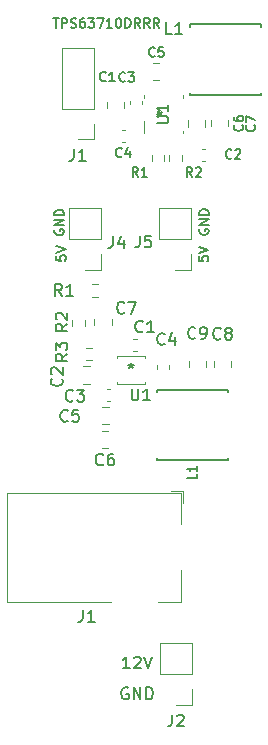
<source format=gto>
G04 #@! TF.GenerationSoftware,KiCad,Pcbnew,(5.1.6-0-10_14)*
G04 #@! TF.CreationDate,2021-08-31T11:45:36+09:00*
G04 #@! TF.ProjectId,qPCR-panel_v_20210831,71504352-2d70-4616-9e65-6c5f765f3230,rev?*
G04 #@! TF.SameCoordinates,Original*
G04 #@! TF.FileFunction,Legend,Top*
G04 #@! TF.FilePolarity,Positive*
%FSLAX46Y46*%
G04 Gerber Fmt 4.6, Leading zero omitted, Abs format (unit mm)*
G04 Created by KiCad (PCBNEW (5.1.6-0-10_14)) date 2021-08-31 11:45:36*
%MOMM*%
%LPD*%
G01*
G04 APERTURE LIST*
%ADD10C,0.150000*%
%ADD11C,0.120000*%
%ADD12C,0.127000*%
G04 APERTURE END LIST*
D10*
X107080952Y-129752380D02*
X106509523Y-129752380D01*
X106795238Y-129752380D02*
X106795238Y-128752380D01*
X106700000Y-128895238D01*
X106604761Y-128990476D01*
X106509523Y-129038095D01*
X107461904Y-128847619D02*
X107509523Y-128800000D01*
X107604761Y-128752380D01*
X107842857Y-128752380D01*
X107938095Y-128800000D01*
X107985714Y-128847619D01*
X108033333Y-128942857D01*
X108033333Y-129038095D01*
X107985714Y-129180952D01*
X107414285Y-129752380D01*
X108033333Y-129752380D01*
X108319047Y-128752380D02*
X108652380Y-129752380D01*
X108985714Y-128752380D01*
X106938095Y-131400000D02*
X106842857Y-131352380D01*
X106700000Y-131352380D01*
X106557142Y-131400000D01*
X106461904Y-131495238D01*
X106414285Y-131590476D01*
X106366666Y-131780952D01*
X106366666Y-131923809D01*
X106414285Y-132114285D01*
X106461904Y-132209523D01*
X106557142Y-132304761D01*
X106700000Y-132352380D01*
X106795238Y-132352380D01*
X106938095Y-132304761D01*
X106985714Y-132257142D01*
X106985714Y-131923809D01*
X106795238Y-131923809D01*
X107414285Y-132352380D02*
X107414285Y-131352380D01*
X107985714Y-132352380D01*
X107985714Y-131352380D01*
X108461904Y-132352380D02*
X108461904Y-131352380D01*
X108700000Y-131352380D01*
X108842857Y-131400000D01*
X108938095Y-131495238D01*
X108985714Y-131590476D01*
X109033333Y-131780952D01*
X109033333Y-131923809D01*
X108985714Y-132114285D01*
X108938095Y-132209523D01*
X108842857Y-132304761D01*
X108700000Y-132352380D01*
X108461904Y-132352380D01*
X112911904Y-94852380D02*
X112911904Y-95233333D01*
X113292857Y-95271428D01*
X113254761Y-95233333D01*
X113216666Y-95157142D01*
X113216666Y-94966666D01*
X113254761Y-94890476D01*
X113292857Y-94852380D01*
X113369047Y-94814285D01*
X113559523Y-94814285D01*
X113635714Y-94852380D01*
X113673809Y-94890476D01*
X113711904Y-94966666D01*
X113711904Y-95157142D01*
X113673809Y-95233333D01*
X113635714Y-95271428D01*
X112911904Y-94585714D02*
X113711904Y-94319047D01*
X112911904Y-94052380D01*
X113000000Y-92559523D02*
X112961904Y-92635714D01*
X112961904Y-92750000D01*
X113000000Y-92864285D01*
X113076190Y-92940476D01*
X113152380Y-92978571D01*
X113304761Y-93016666D01*
X113419047Y-93016666D01*
X113571428Y-92978571D01*
X113647619Y-92940476D01*
X113723809Y-92864285D01*
X113761904Y-92750000D01*
X113761904Y-92673809D01*
X113723809Y-92559523D01*
X113685714Y-92521428D01*
X113419047Y-92521428D01*
X113419047Y-92673809D01*
X113761904Y-92178571D02*
X112961904Y-92178571D01*
X113761904Y-91721428D01*
X112961904Y-91721428D01*
X113761904Y-91340476D02*
X112961904Y-91340476D01*
X112961904Y-91150000D01*
X113000000Y-91035714D01*
X113076190Y-90959523D01*
X113152380Y-90921428D01*
X113304761Y-90883333D01*
X113419047Y-90883333D01*
X113571428Y-90921428D01*
X113647619Y-90959523D01*
X113723809Y-91035714D01*
X113761904Y-91150000D01*
X113761904Y-91340476D01*
X100861904Y-94802380D02*
X100861904Y-95183333D01*
X101242857Y-95221428D01*
X101204761Y-95183333D01*
X101166666Y-95107142D01*
X101166666Y-94916666D01*
X101204761Y-94840476D01*
X101242857Y-94802380D01*
X101319047Y-94764285D01*
X101509523Y-94764285D01*
X101585714Y-94802380D01*
X101623809Y-94840476D01*
X101661904Y-94916666D01*
X101661904Y-95107142D01*
X101623809Y-95183333D01*
X101585714Y-95221428D01*
X100861904Y-94535714D02*
X101661904Y-94269047D01*
X100861904Y-94002380D01*
X100750000Y-92609523D02*
X100711904Y-92685714D01*
X100711904Y-92800000D01*
X100750000Y-92914285D01*
X100826190Y-92990476D01*
X100902380Y-93028571D01*
X101054761Y-93066666D01*
X101169047Y-93066666D01*
X101321428Y-93028571D01*
X101397619Y-92990476D01*
X101473809Y-92914285D01*
X101511904Y-92800000D01*
X101511904Y-92723809D01*
X101473809Y-92609523D01*
X101435714Y-92571428D01*
X101169047Y-92571428D01*
X101169047Y-92723809D01*
X101511904Y-92228571D02*
X100711904Y-92228571D01*
X101511904Y-91771428D01*
X100711904Y-91771428D01*
X101511904Y-91390476D02*
X100711904Y-91390476D01*
X100711904Y-91200000D01*
X100750000Y-91085714D01*
X100826190Y-91009523D01*
X100902380Y-90971428D01*
X101054761Y-90933333D01*
X101169047Y-90933333D01*
X101321428Y-90971428D01*
X101397619Y-91009523D01*
X101473809Y-91085714D01*
X101511904Y-91200000D01*
X101511904Y-91390476D01*
D11*
X114215000Y-103718748D02*
X114215000Y-104241252D01*
X115685000Y-103718748D02*
X115685000Y-104241252D01*
X111600000Y-115750000D02*
X111600000Y-114700000D01*
X110550000Y-114700000D02*
X111600000Y-114700000D01*
X105500000Y-124100000D02*
X96700000Y-124100000D01*
X96700000Y-124100000D02*
X96700000Y-114900000D01*
X111400000Y-121400000D02*
X111400000Y-124100000D01*
X111400000Y-124100000D02*
X109500000Y-124100000D01*
X96700000Y-114900000D02*
X111400000Y-114900000D01*
X111400000Y-114900000D02*
X111400000Y-117500000D01*
X112330000Y-132830000D02*
X111000000Y-132830000D01*
X112330000Y-131500000D02*
X112330000Y-132830000D01*
X112330000Y-130230000D02*
X109670000Y-130230000D01*
X109670000Y-130230000D02*
X109670000Y-127630000D01*
X112330000Y-130230000D02*
X112330000Y-127630000D01*
X112330000Y-127630000D02*
X109670000Y-127630000D01*
X104610000Y-96000000D02*
X103280000Y-96000000D01*
X104610000Y-94670000D02*
X104610000Y-96000000D01*
X104610000Y-93400000D02*
X101950000Y-93400000D01*
X101950000Y-93400000D02*
X101950000Y-90800000D01*
X104610000Y-93400000D02*
X104610000Y-90800000D01*
X104610000Y-90800000D02*
X101950000Y-90800000D01*
X112230000Y-96000000D02*
X110900000Y-96000000D01*
X112230000Y-94670000D02*
X112230000Y-96000000D01*
X112230000Y-93400000D02*
X109570000Y-93400000D01*
X109570000Y-93400000D02*
X109570000Y-90800000D01*
X112230000Y-93400000D02*
X112230000Y-90800000D01*
X112230000Y-90800000D02*
X109570000Y-90800000D01*
X107676267Y-102840000D02*
X107383733Y-102840000D01*
X107676267Y-101820000D02*
X107383733Y-101820000D01*
X103168748Y-104165000D02*
X103691252Y-104165000D01*
X103168748Y-105635000D02*
X103691252Y-105635000D01*
X105133733Y-107140000D02*
X105426267Y-107140000D01*
X105133733Y-106120000D02*
X105426267Y-106120000D01*
X109410000Y-104093733D02*
X109410000Y-104386267D01*
X110430000Y-104093733D02*
X110430000Y-104386267D01*
X104768748Y-109085000D02*
X105291252Y-109085000D01*
X104768748Y-107615000D02*
X105291252Y-107615000D01*
X104748748Y-109615000D02*
X105271252Y-109615000D01*
X104748748Y-111085000D02*
X105271252Y-111085000D01*
X105565000Y-100711252D02*
X105565000Y-100188748D01*
X104095000Y-100711252D02*
X104095000Y-100188748D01*
X113535000Y-103738748D02*
X113535000Y-104261252D01*
X112065000Y-103738748D02*
X112065000Y-104261252D01*
D12*
X109420000Y-112140000D02*
X109420000Y-111940000D01*
X115420000Y-112140000D02*
X109420000Y-112140000D01*
X115420000Y-111940000D02*
X115420000Y-112140000D01*
X109420000Y-106140000D02*
X109420000Y-106340000D01*
X115420000Y-106140000D02*
X109420000Y-106140000D01*
X115420000Y-106340000D02*
X115420000Y-106140000D01*
D11*
X106008900Y-105478441D02*
X106008900Y-105651100D01*
X108371100Y-103461559D02*
X108371100Y-103288900D01*
X108371100Y-105651100D02*
X108371100Y-105478441D01*
X106008900Y-105651100D02*
X108371100Y-105651100D01*
X106008900Y-103288900D02*
X106008900Y-103461559D01*
X108371100Y-103288900D02*
X106008900Y-103288900D01*
X104414724Y-98282500D02*
X103905276Y-98282500D01*
X104414724Y-97237500D02*
X103905276Y-97237500D01*
X103262500Y-100235276D02*
X103262500Y-100744724D01*
X102217500Y-100235276D02*
X102217500Y-100744724D01*
X103904724Y-102597500D02*
X103395276Y-102597500D01*
X103904724Y-103642500D02*
X103395276Y-103642500D01*
X106615000Y-81783748D02*
X106615000Y-82306252D01*
X105145000Y-81783748D02*
X105145000Y-82306252D01*
X113203733Y-86785000D02*
X113496267Y-86785000D01*
X113203733Y-85765000D02*
X113496267Y-85765000D01*
X108140000Y-81688733D02*
X108140000Y-81981267D01*
X107120000Y-81688733D02*
X107120000Y-81981267D01*
X106696267Y-85205000D02*
X106403733Y-85205000D01*
X106696267Y-84185000D02*
X106403733Y-84185000D01*
X109068748Y-78460000D02*
X109591252Y-78460000D01*
X109068748Y-79930000D02*
X109591252Y-79930000D01*
X111989999Y-83348749D02*
X111989999Y-83871253D01*
X113459999Y-83348749D02*
X113459999Y-83871253D01*
X113955000Y-83333748D02*
X113955000Y-83856252D01*
X115425000Y-83333748D02*
X115425000Y-83856252D01*
X104020000Y-84965000D02*
X102690000Y-84965000D01*
X104020000Y-83635000D02*
X104020000Y-84965000D01*
X104020000Y-82365000D02*
X101360000Y-82365000D01*
X101360000Y-82365000D02*
X101360000Y-77225000D01*
X104020000Y-82365000D02*
X104020000Y-77225000D01*
X104020000Y-77225000D02*
X101360000Y-77225000D01*
D12*
X112170000Y-81025000D02*
X112170000Y-81225000D01*
X112170000Y-81225000D02*
X118170000Y-81225000D01*
X118170000Y-81225000D02*
X118170000Y-81025000D01*
X112170000Y-75425000D02*
X112170000Y-75225000D01*
X112170000Y-75225000D02*
X118170000Y-75225000D01*
X118170000Y-75225000D02*
X118170000Y-75425000D01*
D11*
X110002500Y-86260276D02*
X110002500Y-86769724D01*
X108957500Y-86260276D02*
X108957500Y-86769724D01*
X110437500Y-86260276D02*
X110437500Y-86769724D01*
X111482500Y-86260276D02*
X111482500Y-86769724D01*
X108260001Y-84414999D02*
X108260001Y-83364999D01*
X111559999Y-84414999D02*
X111559999Y-84215000D01*
X111559999Y-81415000D02*
X111559999Y-81215001D01*
X108260001Y-81415000D02*
X108260001Y-81215001D01*
D10*
X114783333Y-101807142D02*
X114735714Y-101854761D01*
X114592857Y-101902380D01*
X114497619Y-101902380D01*
X114354761Y-101854761D01*
X114259523Y-101759523D01*
X114211904Y-101664285D01*
X114164285Y-101473809D01*
X114164285Y-101330952D01*
X114211904Y-101140476D01*
X114259523Y-101045238D01*
X114354761Y-100950000D01*
X114497619Y-100902380D01*
X114592857Y-100902380D01*
X114735714Y-100950000D01*
X114783333Y-100997619D01*
X115354761Y-101330952D02*
X115259523Y-101283333D01*
X115211904Y-101235714D01*
X115164285Y-101140476D01*
X115164285Y-101092857D01*
X115211904Y-100997619D01*
X115259523Y-100950000D01*
X115354761Y-100902380D01*
X115545238Y-100902380D01*
X115640476Y-100950000D01*
X115688095Y-100997619D01*
X115735714Y-101092857D01*
X115735714Y-101140476D01*
X115688095Y-101235714D01*
X115640476Y-101283333D01*
X115545238Y-101330952D01*
X115354761Y-101330952D01*
X115259523Y-101378571D01*
X115211904Y-101426190D01*
X115164285Y-101521428D01*
X115164285Y-101711904D01*
X115211904Y-101807142D01*
X115259523Y-101854761D01*
X115354761Y-101902380D01*
X115545238Y-101902380D01*
X115640476Y-101854761D01*
X115688095Y-101807142D01*
X115735714Y-101711904D01*
X115735714Y-101521428D01*
X115688095Y-101426190D01*
X115640476Y-101378571D01*
X115545238Y-101330952D01*
X103116666Y-124802380D02*
X103116666Y-125516666D01*
X103069047Y-125659523D01*
X102973809Y-125754761D01*
X102830952Y-125802380D01*
X102735714Y-125802380D01*
X104116666Y-125802380D02*
X103545238Y-125802380D01*
X103830952Y-125802380D02*
X103830952Y-124802380D01*
X103735714Y-124945238D01*
X103640476Y-125040476D01*
X103545238Y-125088095D01*
X110666666Y-133652380D02*
X110666666Y-134366666D01*
X110619047Y-134509523D01*
X110523809Y-134604761D01*
X110380952Y-134652380D01*
X110285714Y-134652380D01*
X111095238Y-133747619D02*
X111142857Y-133700000D01*
X111238095Y-133652380D01*
X111476190Y-133652380D01*
X111571428Y-133700000D01*
X111619047Y-133747619D01*
X111666666Y-133842857D01*
X111666666Y-133938095D01*
X111619047Y-134080952D01*
X111047619Y-134652380D01*
X111666666Y-134652380D01*
X105666666Y-93152380D02*
X105666666Y-93866666D01*
X105619047Y-94009523D01*
X105523809Y-94104761D01*
X105380952Y-94152380D01*
X105285714Y-94152380D01*
X106571428Y-93485714D02*
X106571428Y-94152380D01*
X106333333Y-93104761D02*
X106095238Y-93819047D01*
X106714285Y-93819047D01*
X107916666Y-93102380D02*
X107916666Y-93816666D01*
X107869047Y-93959523D01*
X107773809Y-94054761D01*
X107630952Y-94102380D01*
X107535714Y-94102380D01*
X108869047Y-93102380D02*
X108392857Y-93102380D01*
X108345238Y-93578571D01*
X108392857Y-93530952D01*
X108488095Y-93483333D01*
X108726190Y-93483333D01*
X108821428Y-93530952D01*
X108869047Y-93578571D01*
X108916666Y-93673809D01*
X108916666Y-93911904D01*
X108869047Y-94007142D01*
X108821428Y-94054761D01*
X108726190Y-94102380D01*
X108488095Y-94102380D01*
X108392857Y-94054761D01*
X108345238Y-94007142D01*
X108183333Y-101207142D02*
X108135714Y-101254761D01*
X107992857Y-101302380D01*
X107897619Y-101302380D01*
X107754761Y-101254761D01*
X107659523Y-101159523D01*
X107611904Y-101064285D01*
X107564285Y-100873809D01*
X107564285Y-100730952D01*
X107611904Y-100540476D01*
X107659523Y-100445238D01*
X107754761Y-100350000D01*
X107897619Y-100302380D01*
X107992857Y-100302380D01*
X108135714Y-100350000D01*
X108183333Y-100397619D01*
X109135714Y-101302380D02*
X108564285Y-101302380D01*
X108850000Y-101302380D02*
X108850000Y-100302380D01*
X108754761Y-100445238D01*
X108659523Y-100540476D01*
X108564285Y-100588095D01*
X101307142Y-105216666D02*
X101354761Y-105264285D01*
X101402380Y-105407142D01*
X101402380Y-105502380D01*
X101354761Y-105645238D01*
X101259523Y-105740476D01*
X101164285Y-105788095D01*
X100973809Y-105835714D01*
X100830952Y-105835714D01*
X100640476Y-105788095D01*
X100545238Y-105740476D01*
X100450000Y-105645238D01*
X100402380Y-105502380D01*
X100402380Y-105407142D01*
X100450000Y-105264285D01*
X100497619Y-105216666D01*
X100497619Y-104835714D02*
X100450000Y-104788095D01*
X100402380Y-104692857D01*
X100402380Y-104454761D01*
X100450000Y-104359523D01*
X100497619Y-104311904D01*
X100592857Y-104264285D01*
X100688095Y-104264285D01*
X100830952Y-104311904D01*
X101402380Y-104883333D01*
X101402380Y-104264285D01*
X102283333Y-107057142D02*
X102235714Y-107104761D01*
X102092857Y-107152380D01*
X101997619Y-107152380D01*
X101854761Y-107104761D01*
X101759523Y-107009523D01*
X101711904Y-106914285D01*
X101664285Y-106723809D01*
X101664285Y-106580952D01*
X101711904Y-106390476D01*
X101759523Y-106295238D01*
X101854761Y-106200000D01*
X101997619Y-106152380D01*
X102092857Y-106152380D01*
X102235714Y-106200000D01*
X102283333Y-106247619D01*
X102616666Y-106152380D02*
X103235714Y-106152380D01*
X102902380Y-106533333D01*
X103045238Y-106533333D01*
X103140476Y-106580952D01*
X103188095Y-106628571D01*
X103235714Y-106723809D01*
X103235714Y-106961904D01*
X103188095Y-107057142D01*
X103140476Y-107104761D01*
X103045238Y-107152380D01*
X102759523Y-107152380D01*
X102664285Y-107104761D01*
X102616666Y-107057142D01*
X110033333Y-102257142D02*
X109985714Y-102304761D01*
X109842857Y-102352380D01*
X109747619Y-102352380D01*
X109604761Y-102304761D01*
X109509523Y-102209523D01*
X109461904Y-102114285D01*
X109414285Y-101923809D01*
X109414285Y-101780952D01*
X109461904Y-101590476D01*
X109509523Y-101495238D01*
X109604761Y-101400000D01*
X109747619Y-101352380D01*
X109842857Y-101352380D01*
X109985714Y-101400000D01*
X110033333Y-101447619D01*
X110890476Y-101685714D02*
X110890476Y-102352380D01*
X110652380Y-101304761D02*
X110414285Y-102019047D01*
X111033333Y-102019047D01*
X101833333Y-108757142D02*
X101785714Y-108804761D01*
X101642857Y-108852380D01*
X101547619Y-108852380D01*
X101404761Y-108804761D01*
X101309523Y-108709523D01*
X101261904Y-108614285D01*
X101214285Y-108423809D01*
X101214285Y-108280952D01*
X101261904Y-108090476D01*
X101309523Y-107995238D01*
X101404761Y-107900000D01*
X101547619Y-107852380D01*
X101642857Y-107852380D01*
X101785714Y-107900000D01*
X101833333Y-107947619D01*
X102738095Y-107852380D02*
X102261904Y-107852380D01*
X102214285Y-108328571D01*
X102261904Y-108280952D01*
X102357142Y-108233333D01*
X102595238Y-108233333D01*
X102690476Y-108280952D01*
X102738095Y-108328571D01*
X102785714Y-108423809D01*
X102785714Y-108661904D01*
X102738095Y-108757142D01*
X102690476Y-108804761D01*
X102595238Y-108852380D01*
X102357142Y-108852380D01*
X102261904Y-108804761D01*
X102214285Y-108757142D01*
X104833333Y-112457142D02*
X104785714Y-112504761D01*
X104642857Y-112552380D01*
X104547619Y-112552380D01*
X104404761Y-112504761D01*
X104309523Y-112409523D01*
X104261904Y-112314285D01*
X104214285Y-112123809D01*
X104214285Y-111980952D01*
X104261904Y-111790476D01*
X104309523Y-111695238D01*
X104404761Y-111600000D01*
X104547619Y-111552380D01*
X104642857Y-111552380D01*
X104785714Y-111600000D01*
X104833333Y-111647619D01*
X105690476Y-111552380D02*
X105500000Y-111552380D01*
X105404761Y-111600000D01*
X105357142Y-111647619D01*
X105261904Y-111790476D01*
X105214285Y-111980952D01*
X105214285Y-112361904D01*
X105261904Y-112457142D01*
X105309523Y-112504761D01*
X105404761Y-112552380D01*
X105595238Y-112552380D01*
X105690476Y-112504761D01*
X105738095Y-112457142D01*
X105785714Y-112361904D01*
X105785714Y-112123809D01*
X105738095Y-112028571D01*
X105690476Y-111980952D01*
X105595238Y-111933333D01*
X105404761Y-111933333D01*
X105309523Y-111980952D01*
X105261904Y-112028571D01*
X105214285Y-112123809D01*
X106633333Y-99607142D02*
X106585714Y-99654761D01*
X106442857Y-99702380D01*
X106347619Y-99702380D01*
X106204761Y-99654761D01*
X106109523Y-99559523D01*
X106061904Y-99464285D01*
X106014285Y-99273809D01*
X106014285Y-99130952D01*
X106061904Y-98940476D01*
X106109523Y-98845238D01*
X106204761Y-98750000D01*
X106347619Y-98702380D01*
X106442857Y-98702380D01*
X106585714Y-98750000D01*
X106633333Y-98797619D01*
X106966666Y-98702380D02*
X107633333Y-98702380D01*
X107204761Y-99702380D01*
X112633333Y-101757142D02*
X112585714Y-101804761D01*
X112442857Y-101852380D01*
X112347619Y-101852380D01*
X112204761Y-101804761D01*
X112109523Y-101709523D01*
X112061904Y-101614285D01*
X112014285Y-101423809D01*
X112014285Y-101280952D01*
X112061904Y-101090476D01*
X112109523Y-100995238D01*
X112204761Y-100900000D01*
X112347619Y-100852380D01*
X112442857Y-100852380D01*
X112585714Y-100900000D01*
X112633333Y-100947619D01*
X113109523Y-101852380D02*
X113300000Y-101852380D01*
X113395238Y-101804761D01*
X113442857Y-101757142D01*
X113538095Y-101614285D01*
X113585714Y-101423809D01*
X113585714Y-101042857D01*
X113538095Y-100947619D01*
X113490476Y-100900000D01*
X113395238Y-100852380D01*
X113204761Y-100852380D01*
X113109523Y-100900000D01*
X113061904Y-100947619D01*
X113014285Y-101042857D01*
X113014285Y-101280952D01*
X113061904Y-101376190D01*
X113109523Y-101423809D01*
X113204761Y-101471428D01*
X113395238Y-101471428D01*
X113490476Y-101423809D01*
X113538095Y-101376190D01*
X113585714Y-101280952D01*
X112761904Y-113283333D02*
X112761904Y-113664285D01*
X111961904Y-113664285D01*
X112761904Y-112597619D02*
X112761904Y-113054761D01*
X112761904Y-112826190D02*
X111961904Y-112826190D01*
X112076190Y-112902380D01*
X112152380Y-112978571D01*
X112190476Y-113054761D01*
X107238095Y-106052380D02*
X107238095Y-106861904D01*
X107285714Y-106957142D01*
X107333333Y-107004761D01*
X107428571Y-107052380D01*
X107619047Y-107052380D01*
X107714285Y-107004761D01*
X107761904Y-106957142D01*
X107809523Y-106861904D01*
X107809523Y-106052380D01*
X108809523Y-107052380D02*
X108238095Y-107052380D01*
X108523809Y-107052380D02*
X108523809Y-106052380D01*
X108428571Y-106195238D01*
X108333333Y-106290476D01*
X108238095Y-106338095D01*
X107190000Y-103922380D02*
X107190000Y-104160476D01*
X106951904Y-104065238D02*
X107190000Y-104160476D01*
X107428095Y-104065238D01*
X107047142Y-104350952D02*
X107190000Y-104160476D01*
X107332857Y-104350952D01*
X101333333Y-98202380D02*
X101000000Y-97726190D01*
X100761904Y-98202380D02*
X100761904Y-97202380D01*
X101142857Y-97202380D01*
X101238095Y-97250000D01*
X101285714Y-97297619D01*
X101333333Y-97392857D01*
X101333333Y-97535714D01*
X101285714Y-97630952D01*
X101238095Y-97678571D01*
X101142857Y-97726190D01*
X100761904Y-97726190D01*
X102285714Y-98202380D02*
X101714285Y-98202380D01*
X102000000Y-98202380D02*
X102000000Y-97202380D01*
X101904761Y-97345238D01*
X101809523Y-97440476D01*
X101714285Y-97488095D01*
X101802380Y-100566666D02*
X101326190Y-100900000D01*
X101802380Y-101138095D02*
X100802380Y-101138095D01*
X100802380Y-100757142D01*
X100850000Y-100661904D01*
X100897619Y-100614285D01*
X100992857Y-100566666D01*
X101135714Y-100566666D01*
X101230952Y-100614285D01*
X101278571Y-100661904D01*
X101326190Y-100757142D01*
X101326190Y-101138095D01*
X100897619Y-100185714D02*
X100850000Y-100138095D01*
X100802380Y-100042857D01*
X100802380Y-99804761D01*
X100850000Y-99709523D01*
X100897619Y-99661904D01*
X100992857Y-99614285D01*
X101088095Y-99614285D01*
X101230952Y-99661904D01*
X101802380Y-100233333D01*
X101802380Y-99614285D01*
X101802380Y-103116666D02*
X101326190Y-103450000D01*
X101802380Y-103688095D02*
X100802380Y-103688095D01*
X100802380Y-103307142D01*
X100850000Y-103211904D01*
X100897619Y-103164285D01*
X100992857Y-103116666D01*
X101135714Y-103116666D01*
X101230952Y-103164285D01*
X101278571Y-103211904D01*
X101326190Y-103307142D01*
X101326190Y-103688095D01*
X100802380Y-102783333D02*
X100802380Y-102164285D01*
X101183333Y-102497619D01*
X101183333Y-102354761D01*
X101230952Y-102259523D01*
X101278571Y-102211904D01*
X101373809Y-102164285D01*
X101611904Y-102164285D01*
X101707142Y-102211904D01*
X101754761Y-102259523D01*
X101802380Y-102354761D01*
X101802380Y-102640476D01*
X101754761Y-102735714D01*
X101707142Y-102783333D01*
X105046666Y-79970714D02*
X105008571Y-80008809D01*
X104894285Y-80046904D01*
X104818095Y-80046904D01*
X104703809Y-80008809D01*
X104627619Y-79932619D01*
X104589523Y-79856428D01*
X104551428Y-79704047D01*
X104551428Y-79589761D01*
X104589523Y-79437380D01*
X104627619Y-79361190D01*
X104703809Y-79285000D01*
X104818095Y-79246904D01*
X104894285Y-79246904D01*
X105008571Y-79285000D01*
X105046666Y-79323095D01*
X105808571Y-80046904D02*
X105351428Y-80046904D01*
X105580000Y-80046904D02*
X105580000Y-79246904D01*
X105503809Y-79361190D01*
X105427619Y-79437380D01*
X105351428Y-79475476D01*
X115696666Y-86510714D02*
X115658571Y-86548809D01*
X115544285Y-86586904D01*
X115468095Y-86586904D01*
X115353809Y-86548809D01*
X115277619Y-86472619D01*
X115239523Y-86396428D01*
X115201428Y-86244047D01*
X115201428Y-86129761D01*
X115239523Y-85977380D01*
X115277619Y-85901190D01*
X115353809Y-85825000D01*
X115468095Y-85786904D01*
X115544285Y-85786904D01*
X115658571Y-85825000D01*
X115696666Y-85863095D01*
X116001428Y-85863095D02*
X116039523Y-85825000D01*
X116115714Y-85786904D01*
X116306190Y-85786904D01*
X116382380Y-85825000D01*
X116420476Y-85863095D01*
X116458571Y-85939285D01*
X116458571Y-86015476D01*
X116420476Y-86129761D01*
X115963333Y-86586904D01*
X116458571Y-86586904D01*
X106706666Y-79990714D02*
X106668571Y-80028809D01*
X106554285Y-80066904D01*
X106478095Y-80066904D01*
X106363809Y-80028809D01*
X106287619Y-79952619D01*
X106249523Y-79876428D01*
X106211428Y-79724047D01*
X106211428Y-79609761D01*
X106249523Y-79457380D01*
X106287619Y-79381190D01*
X106363809Y-79305000D01*
X106478095Y-79266904D01*
X106554285Y-79266904D01*
X106668571Y-79305000D01*
X106706666Y-79343095D01*
X106973333Y-79266904D02*
X107468571Y-79266904D01*
X107201904Y-79571666D01*
X107316190Y-79571666D01*
X107392380Y-79609761D01*
X107430476Y-79647857D01*
X107468571Y-79724047D01*
X107468571Y-79914523D01*
X107430476Y-79990714D01*
X107392380Y-80028809D01*
X107316190Y-80066904D01*
X107087619Y-80066904D01*
X107011428Y-80028809D01*
X106973333Y-79990714D01*
X106416666Y-86390714D02*
X106378571Y-86428809D01*
X106264285Y-86466904D01*
X106188095Y-86466904D01*
X106073809Y-86428809D01*
X105997619Y-86352619D01*
X105959523Y-86276428D01*
X105921428Y-86124047D01*
X105921428Y-86009761D01*
X105959523Y-85857380D01*
X105997619Y-85781190D01*
X106073809Y-85705000D01*
X106188095Y-85666904D01*
X106264285Y-85666904D01*
X106378571Y-85705000D01*
X106416666Y-85743095D01*
X107102380Y-85933571D02*
X107102380Y-86466904D01*
X106911904Y-85628809D02*
X106721428Y-86200238D01*
X107216666Y-86200238D01*
X109186666Y-77870714D02*
X109148571Y-77908809D01*
X109034285Y-77946904D01*
X108958095Y-77946904D01*
X108843809Y-77908809D01*
X108767619Y-77832619D01*
X108729523Y-77756428D01*
X108691428Y-77604047D01*
X108691428Y-77489761D01*
X108729523Y-77337380D01*
X108767619Y-77261190D01*
X108843809Y-77185000D01*
X108958095Y-77146904D01*
X109034285Y-77146904D01*
X109148571Y-77185000D01*
X109186666Y-77223095D01*
X109910476Y-77146904D02*
X109529523Y-77146904D01*
X109491428Y-77527857D01*
X109529523Y-77489761D01*
X109605714Y-77451666D01*
X109796190Y-77451666D01*
X109872380Y-77489761D01*
X109910476Y-77527857D01*
X109948571Y-77604047D01*
X109948571Y-77794523D01*
X109910476Y-77870714D01*
X109872380Y-77908809D01*
X109796190Y-77946904D01*
X109605714Y-77946904D01*
X109529523Y-77908809D01*
X109491428Y-77870714D01*
X116595714Y-83728333D02*
X116633809Y-83766428D01*
X116671904Y-83880714D01*
X116671904Y-83956904D01*
X116633809Y-84071190D01*
X116557619Y-84147380D01*
X116481428Y-84185476D01*
X116329047Y-84223571D01*
X116214761Y-84223571D01*
X116062380Y-84185476D01*
X115986190Y-84147380D01*
X115910000Y-84071190D01*
X115871904Y-83956904D01*
X115871904Y-83880714D01*
X115910000Y-83766428D01*
X115948095Y-83728333D01*
X115871904Y-83042619D02*
X115871904Y-83195000D01*
X115910000Y-83271190D01*
X115948095Y-83309285D01*
X116062380Y-83385476D01*
X116214761Y-83423571D01*
X116519523Y-83423571D01*
X116595714Y-83385476D01*
X116633809Y-83347380D01*
X116671904Y-83271190D01*
X116671904Y-83118809D01*
X116633809Y-83042619D01*
X116595714Y-83004523D01*
X116519523Y-82966428D01*
X116329047Y-82966428D01*
X116252857Y-83004523D01*
X116214761Y-83042619D01*
X116176666Y-83118809D01*
X116176666Y-83271190D01*
X116214761Y-83347380D01*
X116252857Y-83385476D01*
X116329047Y-83423571D01*
X117635714Y-83748333D02*
X117673809Y-83786428D01*
X117711904Y-83900714D01*
X117711904Y-83976904D01*
X117673809Y-84091190D01*
X117597619Y-84167380D01*
X117521428Y-84205476D01*
X117369047Y-84243571D01*
X117254761Y-84243571D01*
X117102380Y-84205476D01*
X117026190Y-84167380D01*
X116950000Y-84091190D01*
X116911904Y-83976904D01*
X116911904Y-83900714D01*
X116950000Y-83786428D01*
X116988095Y-83748333D01*
X116911904Y-83481666D02*
X116911904Y-82948333D01*
X117711904Y-83291190D01*
X102356666Y-85757380D02*
X102356666Y-86471666D01*
X102309047Y-86614523D01*
X102213809Y-86709761D01*
X102070952Y-86757380D01*
X101975714Y-86757380D01*
X103356666Y-86757380D02*
X102785238Y-86757380D01*
X103070952Y-86757380D02*
X103070952Y-85757380D01*
X102975714Y-85900238D01*
X102880476Y-85995476D01*
X102785238Y-86043095D01*
X110663333Y-76057380D02*
X110187142Y-76057380D01*
X110187142Y-75057380D01*
X111520476Y-76057380D02*
X110949047Y-76057380D01*
X111234761Y-76057380D02*
X111234761Y-75057380D01*
X111139523Y-75200238D01*
X111044285Y-75295476D01*
X110949047Y-75343095D01*
X107776666Y-88106904D02*
X107510000Y-87725952D01*
X107319523Y-88106904D02*
X107319523Y-87306904D01*
X107624285Y-87306904D01*
X107700476Y-87345000D01*
X107738571Y-87383095D01*
X107776666Y-87459285D01*
X107776666Y-87573571D01*
X107738571Y-87649761D01*
X107700476Y-87687857D01*
X107624285Y-87725952D01*
X107319523Y-87725952D01*
X108538571Y-88106904D02*
X108081428Y-88106904D01*
X108310000Y-88106904D02*
X108310000Y-87306904D01*
X108233809Y-87421190D01*
X108157619Y-87497380D01*
X108081428Y-87535476D01*
X112386666Y-88126904D02*
X112120000Y-87745952D01*
X111929523Y-88126904D02*
X111929523Y-87326904D01*
X112234285Y-87326904D01*
X112310476Y-87365000D01*
X112348571Y-87403095D01*
X112386666Y-87479285D01*
X112386666Y-87593571D01*
X112348571Y-87669761D01*
X112310476Y-87707857D01*
X112234285Y-87745952D01*
X111929523Y-87745952D01*
X112691428Y-87403095D02*
X112729523Y-87365000D01*
X112805714Y-87326904D01*
X112996190Y-87326904D01*
X113072380Y-87365000D01*
X113110476Y-87403095D01*
X113148571Y-87479285D01*
X113148571Y-87555476D01*
X113110476Y-87669761D01*
X112653333Y-88126904D01*
X113148571Y-88126904D01*
X109362380Y-83576904D02*
X110171904Y-83576904D01*
X110267142Y-83529285D01*
X110314761Y-83481666D01*
X110362380Y-83386428D01*
X110362380Y-83195952D01*
X110314761Y-83100714D01*
X110267142Y-83053095D01*
X110171904Y-83005476D01*
X109362380Y-83005476D01*
X110362380Y-82005476D02*
X110362380Y-82576904D01*
X110362380Y-82291190D02*
X109362380Y-82291190D01*
X109505238Y-82386428D01*
X109600476Y-82481666D01*
X109648095Y-82576904D01*
X100605714Y-74686904D02*
X101062857Y-74686904D01*
X100834285Y-75486904D02*
X100834285Y-74686904D01*
X101329523Y-75486904D02*
X101329523Y-74686904D01*
X101634285Y-74686904D01*
X101710476Y-74725000D01*
X101748571Y-74763095D01*
X101786666Y-74839285D01*
X101786666Y-74953571D01*
X101748571Y-75029761D01*
X101710476Y-75067857D01*
X101634285Y-75105952D01*
X101329523Y-75105952D01*
X102091428Y-75448809D02*
X102205714Y-75486904D01*
X102396190Y-75486904D01*
X102472380Y-75448809D01*
X102510476Y-75410714D01*
X102548571Y-75334523D01*
X102548571Y-75258333D01*
X102510476Y-75182142D01*
X102472380Y-75144047D01*
X102396190Y-75105952D01*
X102243809Y-75067857D01*
X102167619Y-75029761D01*
X102129523Y-74991666D01*
X102091428Y-74915476D01*
X102091428Y-74839285D01*
X102129523Y-74763095D01*
X102167619Y-74725000D01*
X102243809Y-74686904D01*
X102434285Y-74686904D01*
X102548571Y-74725000D01*
X103234285Y-74686904D02*
X103081904Y-74686904D01*
X103005714Y-74725000D01*
X102967619Y-74763095D01*
X102891428Y-74877380D01*
X102853333Y-75029761D01*
X102853333Y-75334523D01*
X102891428Y-75410714D01*
X102929523Y-75448809D01*
X103005714Y-75486904D01*
X103158095Y-75486904D01*
X103234285Y-75448809D01*
X103272380Y-75410714D01*
X103310476Y-75334523D01*
X103310476Y-75144047D01*
X103272380Y-75067857D01*
X103234285Y-75029761D01*
X103158095Y-74991666D01*
X103005714Y-74991666D01*
X102929523Y-75029761D01*
X102891428Y-75067857D01*
X102853333Y-75144047D01*
X103577142Y-74686904D02*
X104072380Y-74686904D01*
X103805714Y-74991666D01*
X103920000Y-74991666D01*
X103996190Y-75029761D01*
X104034285Y-75067857D01*
X104072380Y-75144047D01*
X104072380Y-75334523D01*
X104034285Y-75410714D01*
X103996190Y-75448809D01*
X103920000Y-75486904D01*
X103691428Y-75486904D01*
X103615238Y-75448809D01*
X103577142Y-75410714D01*
X104339047Y-74686904D02*
X104872380Y-74686904D01*
X104529523Y-75486904D01*
X105596190Y-75486904D02*
X105139047Y-75486904D01*
X105367619Y-75486904D02*
X105367619Y-74686904D01*
X105291428Y-74801190D01*
X105215238Y-74877380D01*
X105139047Y-74915476D01*
X106091428Y-74686904D02*
X106167619Y-74686904D01*
X106243809Y-74725000D01*
X106281904Y-74763095D01*
X106320000Y-74839285D01*
X106358095Y-74991666D01*
X106358095Y-75182142D01*
X106320000Y-75334523D01*
X106281904Y-75410714D01*
X106243809Y-75448809D01*
X106167619Y-75486904D01*
X106091428Y-75486904D01*
X106015238Y-75448809D01*
X105977142Y-75410714D01*
X105939047Y-75334523D01*
X105900952Y-75182142D01*
X105900952Y-74991666D01*
X105939047Y-74839285D01*
X105977142Y-74763095D01*
X106015238Y-74725000D01*
X106091428Y-74686904D01*
X106700952Y-75486904D02*
X106700952Y-74686904D01*
X106891428Y-74686904D01*
X107005714Y-74725000D01*
X107081904Y-74801190D01*
X107120000Y-74877380D01*
X107158095Y-75029761D01*
X107158095Y-75144047D01*
X107120000Y-75296428D01*
X107081904Y-75372619D01*
X107005714Y-75448809D01*
X106891428Y-75486904D01*
X106700952Y-75486904D01*
X107958095Y-75486904D02*
X107691428Y-75105952D01*
X107500952Y-75486904D02*
X107500952Y-74686904D01*
X107805714Y-74686904D01*
X107881904Y-74725000D01*
X107920000Y-74763095D01*
X107958095Y-74839285D01*
X107958095Y-74953571D01*
X107920000Y-75029761D01*
X107881904Y-75067857D01*
X107805714Y-75105952D01*
X107500952Y-75105952D01*
X108758095Y-75486904D02*
X108491428Y-75105952D01*
X108300952Y-75486904D02*
X108300952Y-74686904D01*
X108605714Y-74686904D01*
X108681904Y-74725000D01*
X108720000Y-74763095D01*
X108758095Y-74839285D01*
X108758095Y-74953571D01*
X108720000Y-75029761D01*
X108681904Y-75067857D01*
X108605714Y-75105952D01*
X108300952Y-75105952D01*
X109558095Y-75486904D02*
X109291428Y-75105952D01*
X109100952Y-75486904D02*
X109100952Y-74686904D01*
X109405714Y-74686904D01*
X109481904Y-74725000D01*
X109520000Y-74763095D01*
X109558095Y-74839285D01*
X109558095Y-74953571D01*
X109520000Y-75029761D01*
X109481904Y-75067857D01*
X109405714Y-75105952D01*
X109100952Y-75105952D01*
X109362380Y-82815000D02*
X109600476Y-82815000D01*
X109505238Y-83053095D02*
X109600476Y-82815000D01*
X109505238Y-82576904D01*
X109790952Y-82957857D02*
X109600476Y-82815000D01*
X109790952Y-82672142D01*
M02*

</source>
